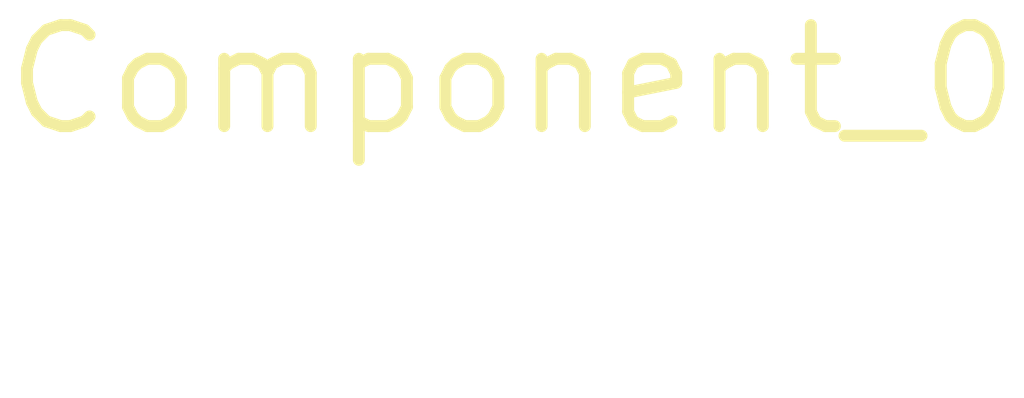
<source format=kicad_pcb>
(kicad_pcb
  (version 20241229)
  (generator circuit-json-to-kicad)
  (generator_version 0.0.1)
  (general
    (thickness 1.6)
  )
  (paper
    A4
  )
  (layers
    (0 "F.Cu" signal)
    (2 "B.Cu" signal)
    (9 "F.Adhes" user)
    (11 "B.Adhes" user)
    (13 "F.Paste" user)
    (15 "B.Paste" user)
    (5 "F.SilkS" user)
    (7 "B.SilkS" user)
    (1 "F.Mask" user)
    (3 "B.Mask" user)
    (20 "Dwgs.User" user)
    (21 "Cmts.User" user)
    (22 "Eco1.User" user)
    (23 "Eco2.User" user)
    (24 "Edge.Cuts" user)
    (25 "Margin" user)
    (17 "B.CrtYd" user)
    (16 "F.CrtYd" user)
    (19 "B.Fab" user)
    (18 "F.Fab" user)
  )
  (setup
    (pad_to_mask_clearance 0)
  )
  (net 0 "GND")
  (footprint
    "tscircuit:Unknown"
    (layer F.Cu)
    (uuid 84effe0e-14c9-48ea-ab07-c263084eb3e6)
    (at 100 100 0)
    (fp_text
      reference
      "Component_0"
      (at 0 -1.5 0)
      (layer F.SilkS)
      (uuid fbc01aa6-24de-4129-b29a-ff32e7cf1cb9)
    )
    (fp_text
      value
      "Unknown"
      (at 0 1.5 0)
      (layer F.Fab)
      (uuid a47c888c-e122-44b2-b62e-af04a12c257a)
    )
  )
)
</source>
